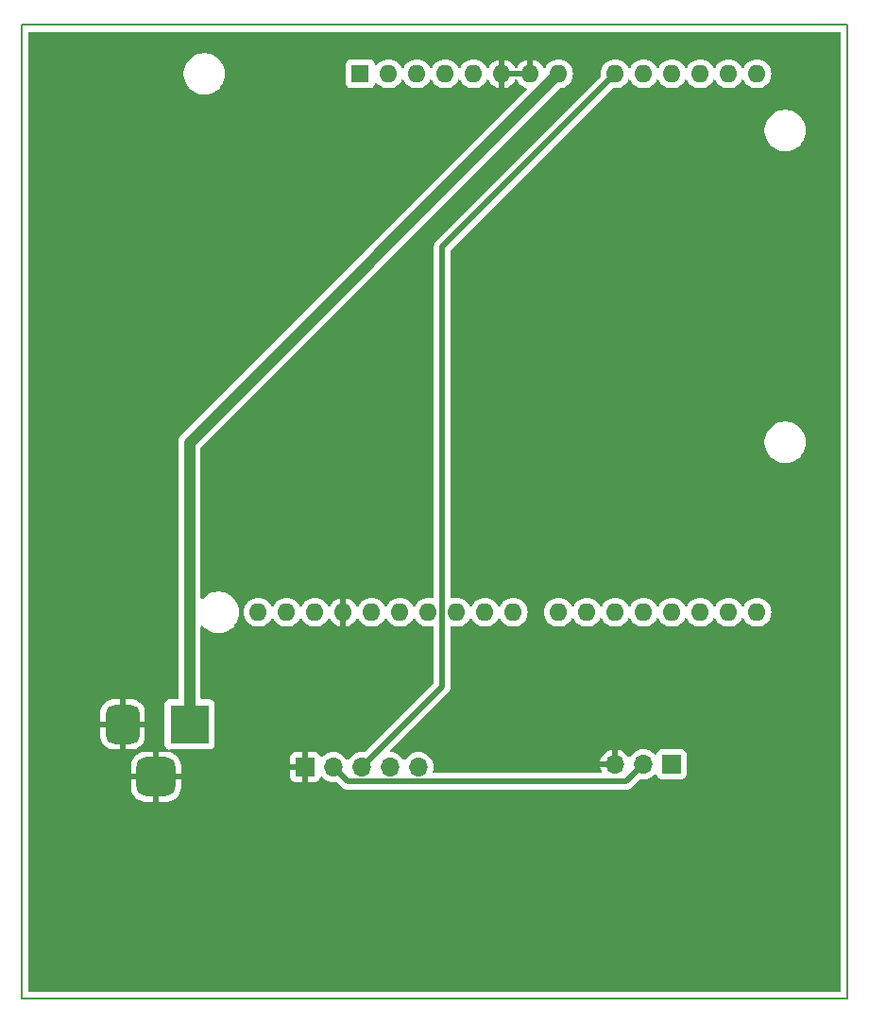
<source format=gbr>
%TF.GenerationSoftware,KiCad,Pcbnew,8.0.6*%
%TF.CreationDate,2025-08-08T18:32:04+02:00*%
%TF.ProjectId,arduinojoystick controlling,61726475-696e-46f6-9a6f-79737469636b,rev?*%
%TF.SameCoordinates,Original*%
%TF.FileFunction,Copper,L2,Bot*%
%TF.FilePolarity,Positive*%
%FSLAX46Y46*%
G04 Gerber Fmt 4.6, Leading zero omitted, Abs format (unit mm)*
G04 Created by KiCad (PCBNEW 8.0.6) date 2025-08-08 18:32:04*
%MOMM*%
%LPD*%
G01*
G04 APERTURE LIST*
G04 Aperture macros list*
%AMRoundRect*
0 Rectangle with rounded corners*
0 $1 Rounding radius*
0 $2 $3 $4 $5 $6 $7 $8 $9 X,Y pos of 4 corners*
0 Add a 4 corners polygon primitive as box body*
4,1,4,$2,$3,$4,$5,$6,$7,$8,$9,$2,$3,0*
0 Add four circle primitives for the rounded corners*
1,1,$1+$1,$2,$3*
1,1,$1+$1,$4,$5*
1,1,$1+$1,$6,$7*
1,1,$1+$1,$8,$9*
0 Add four rect primitives between the rounded corners*
20,1,$1+$1,$2,$3,$4,$5,0*
20,1,$1+$1,$4,$5,$6,$7,0*
20,1,$1+$1,$6,$7,$8,$9,0*
20,1,$1+$1,$8,$9,$2,$3,0*%
G04 Aperture macros list end*
%TA.AperFunction,NonConductor*%
%ADD10C,0.200000*%
%TD*%
%TA.AperFunction,ComponentPad*%
%ADD11R,1.700000X1.700000*%
%TD*%
%TA.AperFunction,ComponentPad*%
%ADD12O,1.700000X1.700000*%
%TD*%
%TA.AperFunction,ComponentPad*%
%ADD13R,3.500000X3.500000*%
%TD*%
%TA.AperFunction,ComponentPad*%
%ADD14RoundRect,0.750000X-0.750000X-1.000000X0.750000X-1.000000X0.750000X1.000000X-0.750000X1.000000X0*%
%TD*%
%TA.AperFunction,ComponentPad*%
%ADD15RoundRect,0.875000X-0.875000X-0.875000X0.875000X-0.875000X0.875000X0.875000X-0.875000X0.875000X0*%
%TD*%
%TA.AperFunction,ComponentPad*%
%ADD16R,1.600000X1.600000*%
%TD*%
%TA.AperFunction,ComponentPad*%
%ADD17O,1.600000X1.600000*%
%TD*%
%TA.AperFunction,Conductor*%
%ADD18C,0.500000*%
%TD*%
%TA.AperFunction,Conductor*%
%ADD19C,1.000000*%
%TD*%
G04 APERTURE END LIST*
D10*
X13250000Y-17750000D02*
X87250000Y-17750000D01*
X87250000Y-105000000D01*
X13250000Y-105000000D01*
X13250000Y-17750000D01*
D11*
%TO.P,M1,1,PWM*%
%TO.N,D9*%
X71500000Y-84000000D03*
D12*
%TO.P,M1,2,+*%
%TO.N,vccarduino*%
X68960000Y-84000000D03*
%TO.P,M1,3,-*%
%TO.N,GND*%
X66420000Y-84000000D03*
%TD*%
D11*
%TO.P,J2,1,Pin_1*%
%TO.N,GND*%
X38630000Y-84250000D03*
D12*
%TO.P,J2,2,Pin_2*%
%TO.N,vccarduino*%
X41170000Y-84250000D03*
%TO.P,J2,3,Pin_3*%
%TO.N,A0*%
X43710000Y-84250000D03*
%TO.P,J2,4,Pin_4*%
%TO.N,unconnected-(J2-Pin_4-Pad4)*%
X46250000Y-84250000D03*
%TO.P,J2,5,Pin_5*%
%TO.N,unconnected-(J2-Pin_5-Pad5)*%
X48790000Y-84250000D03*
%TD*%
D13*
%TO.P,J1,1*%
%TO.N,VCC*%
X28280000Y-80425000D03*
D14*
%TO.P,J1,2*%
%TO.N,GND*%
X22280000Y-80425000D03*
D15*
%TO.P,J1,3*%
X25280000Y-85125000D03*
%TD*%
D16*
%TO.P,A1,1,NC*%
%TO.N,unconnected-(A1-NC-Pad1)*%
X43575000Y-22120000D03*
D17*
%TO.P,A1,2,IOREF*%
%TO.N,unconnected-(A1-IOREF-Pad2)*%
X46115000Y-22120000D03*
%TO.P,A1,3,~{RESET}*%
%TO.N,unconnected-(A1-~{RESET}-Pad3)*%
X48655000Y-22120000D03*
%TO.P,A1,4,3V3*%
%TO.N,unconnected-(A1-3V3-Pad4)*%
X51195000Y-22120000D03*
%TO.P,A1,5,+5V*%
%TO.N,vccarduino*%
X53735000Y-22120000D03*
%TO.P,A1,6,GND*%
%TO.N,GND*%
X56275000Y-22120000D03*
%TO.P,A1,7,GND*%
X58815000Y-22120000D03*
%TO.P,A1,8,VIN*%
%TO.N,VCC*%
X61355000Y-22120000D03*
%TO.P,A1,9,A0*%
%TO.N,A0*%
X66435000Y-22120000D03*
%TO.P,A1,10,A1*%
%TO.N,unconnected-(A1-A1-Pad10)*%
X68975000Y-22120000D03*
%TO.P,A1,11,A2*%
%TO.N,unconnected-(A1-A2-Pad11)*%
X71515000Y-22120000D03*
%TO.P,A1,12,A3*%
%TO.N,unconnected-(A1-A3-Pad12)*%
X74055000Y-22120000D03*
%TO.P,A1,13,SDA/A4*%
%TO.N,unconnected-(A1-SDA{slash}A4-Pad13)*%
X76595000Y-22120000D03*
%TO.P,A1,14,SCL/A5*%
%TO.N,unconnected-(A1-SCL{slash}A5-Pad14)*%
X79135000Y-22120000D03*
%TO.P,A1,15,D0/RX*%
%TO.N,unconnected-(A1-D0{slash}RX-Pad15)*%
X79135000Y-70380000D03*
%TO.P,A1,16,D1/TX*%
%TO.N,unconnected-(A1-D1{slash}TX-Pad16)*%
X76595000Y-70380000D03*
%TO.P,A1,17,D2*%
%TO.N,unconnected-(A1-D2-Pad17)*%
X74055000Y-70380000D03*
%TO.P,A1,18,D3*%
%TO.N,unconnected-(A1-D3-Pad18)*%
X71515000Y-70380000D03*
%TO.P,A1,19,D4*%
%TO.N,unconnected-(A1-D4-Pad19)*%
X68975000Y-70380000D03*
%TO.P,A1,20,D5*%
%TO.N,unconnected-(A1-D5-Pad20)*%
X66435000Y-70380000D03*
%TO.P,A1,21,D6*%
%TO.N,unconnected-(A1-D6-Pad21)*%
X63895000Y-70380000D03*
%TO.P,A1,22,D7*%
%TO.N,unconnected-(A1-D7-Pad22)*%
X61355000Y-70380000D03*
%TO.P,A1,23,D8*%
%TO.N,unconnected-(A1-D8-Pad23)*%
X57295000Y-70380000D03*
%TO.P,A1,24,D9*%
%TO.N,D9*%
X54755000Y-70380000D03*
%TO.P,A1,25,D10*%
%TO.N,unconnected-(A1-D10-Pad25)*%
X52215000Y-70380000D03*
%TO.P,A1,26,D11*%
%TO.N,unconnected-(A1-D11-Pad26)*%
X49675000Y-70380000D03*
%TO.P,A1,27,D12*%
%TO.N,unconnected-(A1-D12-Pad27)*%
X47135000Y-70380000D03*
%TO.P,A1,28,D13*%
%TO.N,unconnected-(A1-D13-Pad28)*%
X44595000Y-70380000D03*
%TO.P,A1,29,GND*%
%TO.N,GND*%
X42055000Y-70380000D03*
%TO.P,A1,30,AREF*%
%TO.N,unconnected-(A1-AREF-Pad30)*%
X39515000Y-70380000D03*
%TO.P,A1,31,SDA/A4*%
%TO.N,unconnected-(A1-SDA{slash}A4-Pad31)*%
X36975000Y-70380000D03*
%TO.P,A1,32,SCL/A5*%
%TO.N,unconnected-(A1-SCL{slash}A5-Pad32)*%
X34435000Y-70380000D03*
%TD*%
D18*
%TO.N,A0*%
X50925000Y-37630000D02*
X66435000Y-22120000D01*
X50925000Y-77035000D02*
X50925000Y-37630000D01*
X43710000Y-84250000D02*
X50925000Y-77035000D01*
%TO.N,vccarduino*%
X67410000Y-85550000D02*
X68960000Y-84000000D01*
X42470000Y-85550000D02*
X67410000Y-85550000D01*
X41170000Y-84250000D02*
X42470000Y-85550000D01*
D19*
%TO.N,VCC*%
X28280000Y-55195000D02*
X61355000Y-22120000D01*
X28280000Y-80425000D02*
X28280000Y-55195000D01*
%TD*%
%TA.AperFunction,Conductor*%
%TO.N,GND*%
G36*
X58349075Y-21927007D02*
G01*
X58315000Y-22054174D01*
X58315000Y-22185826D01*
X58349075Y-22312993D01*
X58381988Y-22370000D01*
X56708012Y-22370000D01*
X56740925Y-22312993D01*
X56775000Y-22185826D01*
X56775000Y-22054174D01*
X56740925Y-21927007D01*
X56708012Y-21870000D01*
X58381988Y-21870000D01*
X58349075Y-21927007D01*
G37*
%TD.AperFunction*%
%TA.AperFunction,Conductor*%
G36*
X86592539Y-18370185D02*
G01*
X86638294Y-18422989D01*
X86649500Y-18474500D01*
X86649500Y-104275500D01*
X86629815Y-104342539D01*
X86577011Y-104388294D01*
X86525500Y-104399500D01*
X13974500Y-104399500D01*
X13907461Y-104379815D01*
X13861706Y-104327011D01*
X13850500Y-104275500D01*
X13850500Y-84156421D01*
X23030000Y-84156421D01*
X23030000Y-84875000D01*
X23846988Y-84875000D01*
X23814075Y-84932007D01*
X23780000Y-85059174D01*
X23780000Y-85190826D01*
X23814075Y-85317993D01*
X23846988Y-85375000D01*
X23030001Y-85375000D01*
X23030001Y-86093588D01*
X23032794Y-86146191D01*
X23077237Y-86375987D01*
X23159879Y-86594975D01*
X23278339Y-86796841D01*
X23278344Y-86796848D01*
X23429211Y-86975786D01*
X23429213Y-86975788D01*
X23608151Y-87126655D01*
X23608158Y-87126660D01*
X23810024Y-87245120D01*
X24029012Y-87327762D01*
X24258809Y-87372205D01*
X24311382Y-87374998D01*
X24311421Y-87374999D01*
X25029999Y-87374999D01*
X25030000Y-87374998D01*
X25030000Y-85625000D01*
X25530000Y-85625000D01*
X25530000Y-87374999D01*
X26248576Y-87374999D01*
X26248588Y-87374998D01*
X26301191Y-87372205D01*
X26530987Y-87327762D01*
X26749975Y-87245120D01*
X26951841Y-87126660D01*
X26951848Y-87126655D01*
X27130786Y-86975788D01*
X27130788Y-86975786D01*
X27281655Y-86796848D01*
X27281660Y-86796841D01*
X27400120Y-86594975D01*
X27482762Y-86375987D01*
X27527205Y-86146191D01*
X27527205Y-86146190D01*
X27529998Y-86093617D01*
X27530000Y-86093578D01*
X27530000Y-85375000D01*
X26713012Y-85375000D01*
X26745925Y-85317993D01*
X26780000Y-85190826D01*
X26780000Y-85059174D01*
X26745925Y-84932007D01*
X26713012Y-84875000D01*
X27529999Y-84875000D01*
X27529999Y-84156423D01*
X27529998Y-84156411D01*
X27527205Y-84103808D01*
X27482762Y-83874012D01*
X27400120Y-83655024D01*
X27281660Y-83453158D01*
X27281655Y-83453151D01*
X27130788Y-83274213D01*
X27130786Y-83274211D01*
X26951848Y-83123344D01*
X26951841Y-83123339D01*
X26749975Y-83004879D01*
X26530984Y-82922236D01*
X26525840Y-82921241D01*
X26463760Y-82889180D01*
X26428869Y-82828646D01*
X26432244Y-82758858D01*
X26472814Y-82701973D01*
X26537697Y-82676052D01*
X26549374Y-82675499D01*
X30077872Y-82675499D01*
X30137483Y-82669091D01*
X30272331Y-82618796D01*
X30387546Y-82532546D01*
X30473796Y-82417331D01*
X30524091Y-82282483D01*
X30530500Y-82222873D01*
X30530499Y-78627128D01*
X30524091Y-78567517D01*
X30484571Y-78461559D01*
X30473797Y-78432671D01*
X30473793Y-78432664D01*
X30387547Y-78317455D01*
X30387544Y-78317452D01*
X30272335Y-78231206D01*
X30272328Y-78231202D01*
X30137482Y-78180908D01*
X30137483Y-78180908D01*
X30077883Y-78174501D01*
X30077881Y-78174500D01*
X30077873Y-78174500D01*
X30077865Y-78174500D01*
X29404500Y-78174500D01*
X29337461Y-78154815D01*
X29291706Y-78102011D01*
X29280500Y-78050500D01*
X29280500Y-71701866D01*
X29300185Y-71634827D01*
X29352989Y-71589072D01*
X29422147Y-71579128D01*
X29485703Y-71608153D01*
X29492181Y-71614185D01*
X29652256Y-71774260D01*
X29652262Y-71774265D01*
X29844711Y-71921936D01*
X30054788Y-72043224D01*
X30278900Y-72136054D01*
X30513211Y-72198838D01*
X30693586Y-72222584D01*
X30753711Y-72230500D01*
X30753712Y-72230500D01*
X30996289Y-72230500D01*
X31044388Y-72224167D01*
X31236789Y-72198838D01*
X31471100Y-72136054D01*
X31695212Y-72043224D01*
X31905289Y-71921936D01*
X32097738Y-71774265D01*
X32269265Y-71602738D01*
X32416936Y-71410289D01*
X32538224Y-71200212D01*
X32631054Y-70976100D01*
X32693838Y-70741789D01*
X32725500Y-70501288D01*
X32725500Y-70379998D01*
X33129532Y-70379998D01*
X33129532Y-70380001D01*
X33149364Y-70606686D01*
X33149366Y-70606697D01*
X33208258Y-70826488D01*
X33208261Y-70826497D01*
X33304431Y-71032732D01*
X33304432Y-71032734D01*
X33434954Y-71219141D01*
X33595858Y-71380045D01*
X33595861Y-71380047D01*
X33782266Y-71510568D01*
X33988504Y-71606739D01*
X34208308Y-71665635D01*
X34370230Y-71679801D01*
X34434998Y-71685468D01*
X34435000Y-71685468D01*
X34435002Y-71685468D01*
X34491673Y-71680509D01*
X34661692Y-71665635D01*
X34881496Y-71606739D01*
X35087734Y-71510568D01*
X35274139Y-71380047D01*
X35435047Y-71219139D01*
X35565568Y-71032734D01*
X35592618Y-70974724D01*
X35638790Y-70922285D01*
X35705983Y-70903133D01*
X35772865Y-70923348D01*
X35817382Y-70974725D01*
X35844429Y-71032728D01*
X35844432Y-71032734D01*
X35974954Y-71219141D01*
X36135858Y-71380045D01*
X36135861Y-71380047D01*
X36322266Y-71510568D01*
X36528504Y-71606739D01*
X36748308Y-71665635D01*
X36910230Y-71679801D01*
X36974998Y-71685468D01*
X36975000Y-71685468D01*
X36975002Y-71685468D01*
X37031673Y-71680509D01*
X37201692Y-71665635D01*
X37421496Y-71606739D01*
X37627734Y-71510568D01*
X37814139Y-71380047D01*
X37975047Y-71219139D01*
X38105568Y-71032734D01*
X38132618Y-70974724D01*
X38178790Y-70922285D01*
X38245983Y-70903133D01*
X38312865Y-70923348D01*
X38357382Y-70974725D01*
X38384429Y-71032728D01*
X38384432Y-71032734D01*
X38514954Y-71219141D01*
X38675858Y-71380045D01*
X38675861Y-71380047D01*
X38862266Y-71510568D01*
X39068504Y-71606739D01*
X39288308Y-71665635D01*
X39450230Y-71679801D01*
X39514998Y-71685468D01*
X39515000Y-71685468D01*
X39515002Y-71685468D01*
X39571673Y-71680509D01*
X39741692Y-71665635D01*
X39961496Y-71606739D01*
X40167734Y-71510568D01*
X40354139Y-71380047D01*
X40515047Y-71219139D01*
X40645568Y-71032734D01*
X40672895Y-70974129D01*
X40719064Y-70921695D01*
X40786257Y-70902542D01*
X40853139Y-70922757D01*
X40897657Y-70974133D01*
X40924865Y-71032482D01*
X41055342Y-71218820D01*
X41216179Y-71379657D01*
X41402517Y-71510134D01*
X41608673Y-71606265D01*
X41608682Y-71606269D01*
X41804999Y-71658872D01*
X41805000Y-71658871D01*
X41805000Y-70813012D01*
X41862007Y-70845925D01*
X41989174Y-70880000D01*
X42120826Y-70880000D01*
X42247993Y-70845925D01*
X42305000Y-70813012D01*
X42305000Y-71658872D01*
X42501317Y-71606269D01*
X42501326Y-71606265D01*
X42707482Y-71510134D01*
X42893820Y-71379657D01*
X43054657Y-71218820D01*
X43185132Y-71032484D01*
X43212341Y-70974134D01*
X43258513Y-70921695D01*
X43325707Y-70902542D01*
X43392588Y-70922757D01*
X43437106Y-70974133D01*
X43464431Y-71032732D01*
X43464432Y-71032734D01*
X43594954Y-71219141D01*
X43755858Y-71380045D01*
X43755861Y-71380047D01*
X43942266Y-71510568D01*
X44148504Y-71606739D01*
X44368308Y-71665635D01*
X44530230Y-71679801D01*
X44594998Y-71685468D01*
X44595000Y-71685468D01*
X44595002Y-71685468D01*
X44651673Y-71680509D01*
X44821692Y-71665635D01*
X45041496Y-71606739D01*
X45247734Y-71510568D01*
X45434139Y-71380047D01*
X45595047Y-71219139D01*
X45725568Y-71032734D01*
X45752618Y-70974724D01*
X45798790Y-70922285D01*
X45865983Y-70903133D01*
X45932865Y-70923348D01*
X45977382Y-70974725D01*
X46004429Y-71032728D01*
X46004432Y-71032734D01*
X46134954Y-71219141D01*
X46295858Y-71380045D01*
X46295861Y-71380047D01*
X46482266Y-71510568D01*
X46688504Y-71606739D01*
X46908308Y-71665635D01*
X47070230Y-71679801D01*
X47134998Y-71685468D01*
X47135000Y-71685468D01*
X47135002Y-71685468D01*
X47191673Y-71680509D01*
X47361692Y-71665635D01*
X47581496Y-71606739D01*
X47787734Y-71510568D01*
X47974139Y-71380047D01*
X48135047Y-71219139D01*
X48265568Y-71032734D01*
X48292618Y-70974724D01*
X48338790Y-70922285D01*
X48405983Y-70903133D01*
X48472865Y-70923348D01*
X48517382Y-70974725D01*
X48544429Y-71032728D01*
X48544432Y-71032734D01*
X48674954Y-71219141D01*
X48835858Y-71380045D01*
X48835861Y-71380047D01*
X49022266Y-71510568D01*
X49228504Y-71606739D01*
X49448308Y-71665635D01*
X49610230Y-71679801D01*
X49674998Y-71685468D01*
X49675000Y-71685468D01*
X49675002Y-71685468D01*
X49731673Y-71680509D01*
X49901692Y-71665635D01*
X50018408Y-71634361D01*
X50088256Y-71636024D01*
X50146119Y-71675186D01*
X50173623Y-71739415D01*
X50174500Y-71754136D01*
X50174500Y-76672769D01*
X50154815Y-76739808D01*
X50138181Y-76760450D01*
X44021500Y-82877130D01*
X43960177Y-82910615D01*
X43923012Y-82912977D01*
X43710002Y-82894341D01*
X43709999Y-82894341D01*
X43474596Y-82914936D01*
X43474586Y-82914938D01*
X43246344Y-82976094D01*
X43246335Y-82976098D01*
X43032171Y-83075964D01*
X43032169Y-83075965D01*
X42838597Y-83211505D01*
X42671505Y-83378597D01*
X42541575Y-83564158D01*
X42486998Y-83607783D01*
X42417500Y-83614977D01*
X42355145Y-83583454D01*
X42338425Y-83564158D01*
X42208494Y-83378597D01*
X42041402Y-83211506D01*
X42041395Y-83211501D01*
X41847834Y-83075967D01*
X41847830Y-83075965D01*
X41776727Y-83042809D01*
X41633663Y-82976097D01*
X41633659Y-82976096D01*
X41633655Y-82976094D01*
X41405413Y-82914938D01*
X41405403Y-82914936D01*
X41170001Y-82894341D01*
X41169999Y-82894341D01*
X40934596Y-82914936D01*
X40934586Y-82914938D01*
X40706344Y-82976094D01*
X40706335Y-82976098D01*
X40492171Y-83075964D01*
X40492169Y-83075965D01*
X40298600Y-83211503D01*
X40176284Y-83333819D01*
X40114961Y-83367303D01*
X40045269Y-83362319D01*
X39989336Y-83320447D01*
X39972421Y-83289470D01*
X39923354Y-83157913D01*
X39923350Y-83157906D01*
X39837190Y-83042812D01*
X39837187Y-83042809D01*
X39722093Y-82956649D01*
X39722086Y-82956645D01*
X39587379Y-82906403D01*
X39587372Y-82906401D01*
X39527844Y-82900000D01*
X38880000Y-82900000D01*
X38880000Y-83816988D01*
X38822993Y-83784075D01*
X38695826Y-83750000D01*
X38564174Y-83750000D01*
X38437007Y-83784075D01*
X38380000Y-83816988D01*
X38380000Y-82900000D01*
X37732155Y-82900000D01*
X37672627Y-82906401D01*
X37672620Y-82906403D01*
X37537913Y-82956645D01*
X37537906Y-82956649D01*
X37422812Y-83042809D01*
X37422809Y-83042812D01*
X37336649Y-83157906D01*
X37336645Y-83157913D01*
X37286403Y-83292620D01*
X37286401Y-83292627D01*
X37280000Y-83352155D01*
X37280000Y-84000000D01*
X38196988Y-84000000D01*
X38164075Y-84057007D01*
X38130000Y-84184174D01*
X38130000Y-84315826D01*
X38164075Y-84442993D01*
X38196988Y-84500000D01*
X37280000Y-84500000D01*
X37280000Y-85147844D01*
X37286401Y-85207372D01*
X37286403Y-85207379D01*
X37336645Y-85342086D01*
X37336649Y-85342093D01*
X37422809Y-85457187D01*
X37422812Y-85457190D01*
X37537906Y-85543350D01*
X37537913Y-85543354D01*
X37672620Y-85593596D01*
X37672627Y-85593598D01*
X37732155Y-85599999D01*
X37732172Y-85600000D01*
X38380000Y-85600000D01*
X38380000Y-84683012D01*
X38437007Y-84715925D01*
X38564174Y-84750000D01*
X38695826Y-84750000D01*
X38822993Y-84715925D01*
X38880000Y-84683012D01*
X38880000Y-85600000D01*
X39527828Y-85600000D01*
X39527844Y-85599999D01*
X39587372Y-85593598D01*
X39587379Y-85593596D01*
X39722086Y-85543354D01*
X39722093Y-85543350D01*
X39837187Y-85457190D01*
X39837190Y-85457187D01*
X39923350Y-85342093D01*
X39923354Y-85342086D01*
X39972422Y-85210529D01*
X40014293Y-85154595D01*
X40079757Y-85130178D01*
X40148030Y-85145030D01*
X40176285Y-85166181D01*
X40298599Y-85288495D01*
X40353550Y-85326972D01*
X40492165Y-85424032D01*
X40492167Y-85424033D01*
X40492170Y-85424035D01*
X40706337Y-85523903D01*
X40706343Y-85523904D01*
X40706344Y-85523905D01*
X40761285Y-85538626D01*
X40934592Y-85585063D01*
X41122918Y-85601539D01*
X41169999Y-85605659D01*
X41170000Y-85605659D01*
X41170001Y-85605659D01*
X41212289Y-85601959D01*
X41383014Y-85587022D01*
X41451513Y-85600788D01*
X41481502Y-85622869D01*
X41887049Y-86028416D01*
X41991584Y-86132951D01*
X41991587Y-86132953D01*
X41991588Y-86132954D01*
X42114503Y-86215083D01*
X42114506Y-86215085D01*
X42171079Y-86238518D01*
X42171080Y-86238518D01*
X42251088Y-86271659D01*
X42367241Y-86294763D01*
X42386468Y-86298587D01*
X42396081Y-86300500D01*
X42396082Y-86300500D01*
X67483920Y-86300500D01*
X67581462Y-86281096D01*
X67628913Y-86271658D01*
X67765495Y-86215084D01*
X67814729Y-86182186D01*
X67888416Y-86132952D01*
X68648499Y-85372867D01*
X68709820Y-85339384D01*
X68746984Y-85337022D01*
X68901011Y-85350498D01*
X68959999Y-85355659D01*
X68960000Y-85355659D01*
X68960001Y-85355659D01*
X69018966Y-85350500D01*
X69195408Y-85335063D01*
X69423663Y-85273903D01*
X69637830Y-85174035D01*
X69831401Y-85038495D01*
X69953329Y-84916566D01*
X70014648Y-84883084D01*
X70084340Y-84888068D01*
X70140274Y-84929939D01*
X70157189Y-84960917D01*
X70206202Y-85092328D01*
X70206206Y-85092335D01*
X70292452Y-85207544D01*
X70292455Y-85207547D01*
X70407664Y-85293793D01*
X70407671Y-85293797D01*
X70542517Y-85344091D01*
X70542516Y-85344091D01*
X70549444Y-85344835D01*
X70602127Y-85350500D01*
X72397872Y-85350499D01*
X72457483Y-85344091D01*
X72592331Y-85293796D01*
X72707546Y-85207546D01*
X72793796Y-85092331D01*
X72844091Y-84957483D01*
X72850500Y-84897873D01*
X72850499Y-83102128D01*
X72844091Y-83042517D01*
X72842810Y-83039083D01*
X72793797Y-82907671D01*
X72793793Y-82907664D01*
X72707547Y-82792455D01*
X72707544Y-82792452D01*
X72592335Y-82706206D01*
X72592328Y-82706202D01*
X72457482Y-82655908D01*
X72457483Y-82655908D01*
X72397883Y-82649501D01*
X72397881Y-82649500D01*
X72397873Y-82649500D01*
X72397864Y-82649500D01*
X70602129Y-82649500D01*
X70602123Y-82649501D01*
X70542516Y-82655908D01*
X70407671Y-82706202D01*
X70407664Y-82706206D01*
X70292455Y-82792452D01*
X70292452Y-82792455D01*
X70206206Y-82907664D01*
X70206203Y-82907669D01*
X70157189Y-83039083D01*
X70115317Y-83095016D01*
X70049853Y-83119433D01*
X69981580Y-83104581D01*
X69953326Y-83083430D01*
X69831402Y-82961506D01*
X69831395Y-82961501D01*
X69637834Y-82825967D01*
X69637830Y-82825965D01*
X69609207Y-82812618D01*
X69423663Y-82726097D01*
X69423659Y-82726096D01*
X69423655Y-82726094D01*
X69195413Y-82664938D01*
X69195403Y-82664936D01*
X68960001Y-82644341D01*
X68959999Y-82644341D01*
X68724596Y-82664936D01*
X68724586Y-82664938D01*
X68496344Y-82726094D01*
X68496335Y-82726098D01*
X68282171Y-82825964D01*
X68282169Y-82825965D01*
X68088597Y-82961505D01*
X67921508Y-83128594D01*
X67791269Y-83314595D01*
X67736692Y-83358219D01*
X67667193Y-83365412D01*
X67604839Y-83333890D01*
X67588119Y-83314594D01*
X67458113Y-83128926D01*
X67458108Y-83128920D01*
X67291082Y-82961894D01*
X67097578Y-82826399D01*
X66883492Y-82726570D01*
X66883486Y-82726567D01*
X66670000Y-82669364D01*
X66670000Y-83566988D01*
X66612993Y-83534075D01*
X66485826Y-83500000D01*
X66354174Y-83500000D01*
X66227007Y-83534075D01*
X66170000Y-83566988D01*
X66170000Y-82669364D01*
X66169999Y-82669364D01*
X65956513Y-82726567D01*
X65956507Y-82726570D01*
X65742422Y-82826399D01*
X65742420Y-82826400D01*
X65548926Y-82961886D01*
X65548920Y-82961891D01*
X65381891Y-83128920D01*
X65381886Y-83128926D01*
X65246400Y-83322420D01*
X65246399Y-83322422D01*
X65146570Y-83536507D01*
X65146567Y-83536513D01*
X65089364Y-83749999D01*
X65089364Y-83750000D01*
X65986988Y-83750000D01*
X65954075Y-83807007D01*
X65920000Y-83934174D01*
X65920000Y-84065826D01*
X65954075Y-84192993D01*
X65986988Y-84250000D01*
X65089364Y-84250000D01*
X65146567Y-84463486D01*
X65146570Y-84463492D01*
X65220994Y-84623095D01*
X65231486Y-84692173D01*
X65202966Y-84755957D01*
X65144490Y-84794196D01*
X65108612Y-84799500D01*
X50202503Y-84799500D01*
X50135464Y-84779815D01*
X50089709Y-84727011D01*
X50079765Y-84657853D01*
X50082728Y-84643407D01*
X50121153Y-84500000D01*
X50125063Y-84485408D01*
X50145659Y-84250000D01*
X50125063Y-84014592D01*
X50078626Y-83841285D01*
X50063905Y-83786344D01*
X50063904Y-83786343D01*
X50063903Y-83786337D01*
X49964035Y-83572171D01*
X49958425Y-83564158D01*
X49828494Y-83378597D01*
X49661402Y-83211506D01*
X49661395Y-83211501D01*
X49467834Y-83075967D01*
X49467830Y-83075965D01*
X49396727Y-83042809D01*
X49253663Y-82976097D01*
X49253659Y-82976096D01*
X49253655Y-82976094D01*
X49025413Y-82914938D01*
X49025403Y-82914936D01*
X48790001Y-82894341D01*
X48789999Y-82894341D01*
X48554596Y-82914936D01*
X48554586Y-82914938D01*
X48326344Y-82976094D01*
X48326335Y-82976098D01*
X48112171Y-83075964D01*
X48112169Y-83075965D01*
X47918597Y-83211505D01*
X47751505Y-83378597D01*
X47621575Y-83564158D01*
X47566998Y-83607783D01*
X47497500Y-83614977D01*
X47435145Y-83583454D01*
X47418425Y-83564158D01*
X47288494Y-83378597D01*
X47121402Y-83211506D01*
X47121395Y-83211501D01*
X46927834Y-83075967D01*
X46927830Y-83075965D01*
X46856727Y-83042809D01*
X46713663Y-82976097D01*
X46713659Y-82976096D01*
X46713655Y-82976094D01*
X46485413Y-82914938D01*
X46485403Y-82914936D01*
X46401824Y-82907624D01*
X46336755Y-82882171D01*
X46295777Y-82825580D01*
X46291899Y-82755818D01*
X46324949Y-82696417D01*
X51507952Y-77513416D01*
X51557186Y-77439729D01*
X51590084Y-77390495D01*
X51646658Y-77253913D01*
X51675500Y-77108918D01*
X51675500Y-71743418D01*
X51695185Y-71676379D01*
X51747989Y-71630624D01*
X51817147Y-71620680D01*
X51831580Y-71623640D01*
X51988308Y-71665635D01*
X52150230Y-71679801D01*
X52214998Y-71685468D01*
X52215000Y-71685468D01*
X52215002Y-71685468D01*
X52271673Y-71680509D01*
X52441692Y-71665635D01*
X52661496Y-71606739D01*
X52867734Y-71510568D01*
X53054139Y-71380047D01*
X53215047Y-71219139D01*
X53345568Y-71032734D01*
X53372618Y-70974724D01*
X53418790Y-70922285D01*
X53485983Y-70903133D01*
X53552865Y-70923348D01*
X53597382Y-70974725D01*
X53624429Y-71032728D01*
X53624432Y-71032734D01*
X53754954Y-71219141D01*
X53915858Y-71380045D01*
X53915861Y-71380047D01*
X54102266Y-71510568D01*
X54308504Y-71606739D01*
X54528308Y-71665635D01*
X54690230Y-71679801D01*
X54754998Y-71685468D01*
X54755000Y-71685468D01*
X54755002Y-71685468D01*
X54811673Y-71680509D01*
X54981692Y-71665635D01*
X55201496Y-71606739D01*
X55407734Y-71510568D01*
X55594139Y-71380047D01*
X55755047Y-71219139D01*
X55885568Y-71032734D01*
X55912618Y-70974724D01*
X55958790Y-70922285D01*
X56025983Y-70903133D01*
X56092865Y-70923348D01*
X56137382Y-70974725D01*
X56164429Y-71032728D01*
X56164432Y-71032734D01*
X56294954Y-71219141D01*
X56455858Y-71380045D01*
X56455861Y-71380047D01*
X56642266Y-71510568D01*
X56848504Y-71606739D01*
X57068308Y-71665635D01*
X57230230Y-71679801D01*
X57294998Y-71685468D01*
X57295000Y-71685468D01*
X57295002Y-71685468D01*
X57351673Y-71680509D01*
X57521692Y-71665635D01*
X57741496Y-71606739D01*
X57947734Y-71510568D01*
X58134139Y-71380047D01*
X58295047Y-71219139D01*
X58425568Y-71032734D01*
X58521739Y-70826496D01*
X58580635Y-70606692D01*
X58600468Y-70380000D01*
X58600468Y-70379998D01*
X60049532Y-70379998D01*
X60049532Y-70380001D01*
X60069364Y-70606686D01*
X60069366Y-70606697D01*
X60128258Y-70826488D01*
X60128261Y-70826497D01*
X60224431Y-71032732D01*
X60224432Y-71032734D01*
X60354954Y-71219141D01*
X60515858Y-71380045D01*
X60515861Y-71380047D01*
X60702266Y-71510568D01*
X60908504Y-71606739D01*
X61128308Y-71665635D01*
X61290230Y-71679801D01*
X61354998Y-71685468D01*
X61355000Y-71685468D01*
X61355002Y-71685468D01*
X61411673Y-71680509D01*
X61581692Y-71665635D01*
X61801496Y-71606739D01*
X62007734Y-71510568D01*
X62194139Y-71380047D01*
X62355047Y-71219139D01*
X62485568Y-71032734D01*
X62512618Y-70974724D01*
X62558790Y-70922285D01*
X62625983Y-70903133D01*
X62692865Y-70923348D01*
X62737382Y-70974725D01*
X62764429Y-71032728D01*
X62764432Y-71032734D01*
X62894954Y-71219141D01*
X63055858Y-71380045D01*
X63055861Y-71380047D01*
X63242266Y-71510568D01*
X63448504Y-71606739D01*
X63668308Y-71665635D01*
X63830230Y-71679801D01*
X63894998Y-71685468D01*
X63895000Y-71685468D01*
X63895002Y-71685468D01*
X63951673Y-71680509D01*
X64121692Y-71665635D01*
X64341496Y-71606739D01*
X64547734Y-71510568D01*
X64734139Y-71380047D01*
X64895047Y-71219139D01*
X65025568Y-71032734D01*
X65052618Y-70974724D01*
X65098790Y-70922285D01*
X65165983Y-70903133D01*
X65232865Y-70923348D01*
X65277382Y-70974725D01*
X65304429Y-71032728D01*
X65304432Y-71032734D01*
X65434954Y-71219141D01*
X65595858Y-71380045D01*
X65595861Y-71380047D01*
X65782266Y-71510568D01*
X65988504Y-71606739D01*
X66208308Y-71665635D01*
X66370230Y-71679801D01*
X66434998Y-71685468D01*
X66435000Y-71685468D01*
X66435002Y-71685468D01*
X66491673Y-71680509D01*
X66661692Y-71665635D01*
X66881496Y-71606739D01*
X67087734Y-71510568D01*
X67274139Y-71380047D01*
X67435047Y-71219139D01*
X67565568Y-71032734D01*
X67592618Y-70974724D01*
X67638790Y-70922285D01*
X67705983Y-70903133D01*
X67772865Y-70923348D01*
X67817382Y-70974725D01*
X67844429Y-71032728D01*
X67844432Y-71032734D01*
X67974954Y-71219141D01*
X68135858Y-71380045D01*
X68135861Y-71380047D01*
X68322266Y-71510568D01*
X68528504Y-71606739D01*
X68748308Y-71665635D01*
X68910230Y-71679801D01*
X68974998Y-71685468D01*
X68975000Y-71685468D01*
X68975002Y-71685468D01*
X69031673Y-71680509D01*
X69201692Y-71665635D01*
X69421496Y-71606739D01*
X69627734Y-71510568D01*
X69814139Y-71380047D01*
X69975047Y-71219139D01*
X70105568Y-71032734D01*
X70132618Y-70974724D01*
X70178790Y-70922285D01*
X70245983Y-70903133D01*
X70312865Y-70923348D01*
X70357382Y-70974725D01*
X70384429Y-71032728D01*
X70384432Y-71032734D01*
X70514954Y-71219141D01*
X70675858Y-71380045D01*
X70675861Y-71380047D01*
X70862266Y-71510568D01*
X71068504Y-71606739D01*
X71288308Y-71665635D01*
X71450230Y-71679801D01*
X71514998Y-71685468D01*
X71515000Y-71685468D01*
X71515002Y-71685468D01*
X71571673Y-71680509D01*
X71741692Y-71665635D01*
X71961496Y-71606739D01*
X72167734Y-71510568D01*
X72354139Y-71380047D01*
X72515047Y-71219139D01*
X72645568Y-71032734D01*
X72672618Y-70974724D01*
X72718790Y-70922285D01*
X72785983Y-70903133D01*
X72852865Y-70923348D01*
X72897382Y-70974725D01*
X72924429Y-71032728D01*
X72924432Y-71032734D01*
X73054954Y-71219141D01*
X73215858Y-71380045D01*
X73215861Y-71380047D01*
X73402266Y-71510568D01*
X73608504Y-71606739D01*
X73828308Y-71665635D01*
X73990230Y-71679801D01*
X74054998Y-71685468D01*
X74055000Y-71685468D01*
X74055002Y-71685468D01*
X74111673Y-71680509D01*
X74281692Y-71665635D01*
X74501496Y-71606739D01*
X74707734Y-71510568D01*
X74894139Y-71380047D01*
X75055047Y-71219139D01*
X75185568Y-71032734D01*
X75212618Y-70974724D01*
X75258790Y-70922285D01*
X75325983Y-70903133D01*
X75392865Y-70923348D01*
X75437382Y-70974725D01*
X75464429Y-71032728D01*
X75464432Y-71032734D01*
X75594954Y-71219141D01*
X75755858Y-71380045D01*
X75755861Y-71380047D01*
X75942266Y-71510568D01*
X76148504Y-71606739D01*
X76368308Y-71665635D01*
X76530230Y-71679801D01*
X76594998Y-71685468D01*
X76595000Y-71685468D01*
X76595002Y-71685468D01*
X76651673Y-71680509D01*
X76821692Y-71665635D01*
X77041496Y-71606739D01*
X77247734Y-71510568D01*
X77434139Y-71380047D01*
X77595047Y-71219139D01*
X77725568Y-71032734D01*
X77752618Y-70974724D01*
X77798790Y-70922285D01*
X77865983Y-70903133D01*
X77932865Y-70923348D01*
X77977382Y-70974725D01*
X78004429Y-71032728D01*
X78004432Y-71032734D01*
X78134954Y-71219141D01*
X78295858Y-71380045D01*
X78295861Y-71380047D01*
X78482266Y-71510568D01*
X78688504Y-71606739D01*
X78908308Y-71665635D01*
X79070230Y-71679801D01*
X79134998Y-71685468D01*
X79135000Y-71685468D01*
X79135002Y-71685468D01*
X79191673Y-71680509D01*
X79361692Y-71665635D01*
X79581496Y-71606739D01*
X79787734Y-71510568D01*
X79974139Y-71380047D01*
X80135047Y-71219139D01*
X80265568Y-71032734D01*
X80361739Y-70826496D01*
X80420635Y-70606692D01*
X80440468Y-70380000D01*
X80420635Y-70153308D01*
X80361739Y-69933504D01*
X80265568Y-69727266D01*
X80135047Y-69540861D01*
X80135045Y-69540858D01*
X79974141Y-69379954D01*
X79787734Y-69249432D01*
X79787732Y-69249431D01*
X79581497Y-69153261D01*
X79581488Y-69153258D01*
X79361697Y-69094366D01*
X79361693Y-69094365D01*
X79361692Y-69094365D01*
X79361691Y-69094364D01*
X79361686Y-69094364D01*
X79135002Y-69074532D01*
X79134998Y-69074532D01*
X78908313Y-69094364D01*
X78908302Y-69094366D01*
X78688511Y-69153258D01*
X78688502Y-69153261D01*
X78482267Y-69249431D01*
X78482265Y-69249432D01*
X78295858Y-69379954D01*
X78134954Y-69540858D01*
X78004432Y-69727265D01*
X78004431Y-69727267D01*
X77977382Y-69785275D01*
X77931209Y-69837714D01*
X77864016Y-69856866D01*
X77797135Y-69836650D01*
X77752618Y-69785275D01*
X77751977Y-69783900D01*
X77725568Y-69727266D01*
X77595047Y-69540861D01*
X77595045Y-69540858D01*
X77434141Y-69379954D01*
X77247734Y-69249432D01*
X77247732Y-69249431D01*
X77041497Y-69153261D01*
X77041488Y-69153258D01*
X76821697Y-69094366D01*
X76821693Y-69094365D01*
X76821692Y-69094365D01*
X76821691Y-69094364D01*
X76821686Y-69094364D01*
X76595002Y-69074532D01*
X76594998Y-69074532D01*
X76368313Y-69094364D01*
X76368302Y-69094366D01*
X76148511Y-69153258D01*
X76148502Y-69153261D01*
X75942267Y-69249431D01*
X75942265Y-69249432D01*
X75755858Y-69379954D01*
X75594954Y-69540858D01*
X75464432Y-69727265D01*
X75464431Y-69727267D01*
X75437382Y-69785275D01*
X75391209Y-69837714D01*
X75324016Y-69856866D01*
X75257135Y-69836650D01*
X75212618Y-69785275D01*
X75211977Y-69783900D01*
X75185568Y-69727266D01*
X75055047Y-69540861D01*
X75055045Y-69540858D01*
X74894141Y-69379954D01*
X74707734Y-69249432D01*
X74707732Y-69249431D01*
X74501497Y-69153261D01*
X74501488Y-69153258D01*
X74281697Y-69094366D01*
X74281693Y-69094365D01*
X74281692Y-69094365D01*
X74281691Y-69094364D01*
X74281686Y-69094364D01*
X74055002Y-69074532D01*
X74054998Y-69074532D01*
X73828313Y-69094364D01*
X73828302Y-69094366D01*
X73608511Y-69153258D01*
X73608502Y-69153261D01*
X73402267Y-69249431D01*
X73402265Y-69249432D01*
X73215858Y-69379954D01*
X73054954Y-69540858D01*
X72924432Y-69727265D01*
X72924431Y-69727267D01*
X72897382Y-69785275D01*
X72851209Y-69837714D01*
X72784016Y-69856866D01*
X72717135Y-69836650D01*
X72672618Y-69785275D01*
X72671977Y-69783900D01*
X72645568Y-69727266D01*
X72515047Y-69540861D01*
X72515045Y-69540858D01*
X72354141Y-69379954D01*
X72167734Y-69249432D01*
X72167732Y-69249431D01*
X71961497Y-69153261D01*
X71961488Y-69153258D01*
X71741697Y-69094366D01*
X71741693Y-69094365D01*
X71741692Y-69094365D01*
X71741691Y-69094364D01*
X71741686Y-69094364D01*
X71515002Y-69074532D01*
X71514998Y-69074532D01*
X71288313Y-69094364D01*
X71288302Y-69094366D01*
X71068511Y-69153258D01*
X71068502Y-69153261D01*
X70862267Y-69249431D01*
X70862265Y-69249432D01*
X70675858Y-69379954D01*
X70514954Y-69540858D01*
X70384432Y-69727265D01*
X70384431Y-69727267D01*
X70357382Y-69785275D01*
X70311209Y-69837714D01*
X70244016Y-69856866D01*
X70177135Y-69836650D01*
X70132618Y-69785275D01*
X70131977Y-69783900D01*
X70105568Y-69727266D01*
X69975047Y-69540861D01*
X69975045Y-69540858D01*
X69814141Y-69379954D01*
X69627734Y-69249432D01*
X69627732Y-69249431D01*
X69421497Y-69153261D01*
X69421488Y-69153258D01*
X69201697Y-69094366D01*
X69201693Y-69094365D01*
X69201692Y-69094365D01*
X69201691Y-69094364D01*
X69201686Y-69094364D01*
X68975002Y-69074532D01*
X68974998Y-69074532D01*
X68748313Y-69094364D01*
X68748302Y-69094366D01*
X68528511Y-69153258D01*
X68528502Y-69153261D01*
X68322267Y-69249431D01*
X68322265Y-69249432D01*
X68135858Y-69379954D01*
X67974954Y-69540858D01*
X67844432Y-69727265D01*
X67844431Y-69727267D01*
X67817382Y-69785275D01*
X67771209Y-69837714D01*
X67704016Y-69856866D01*
X67637135Y-69836650D01*
X67592618Y-69785275D01*
X67591977Y-69783900D01*
X67565568Y-69727266D01*
X67435047Y-69540861D01*
X67435045Y-69540858D01*
X67274141Y-69379954D01*
X67087734Y-69249432D01*
X67087732Y-69249431D01*
X66881497Y-69153261D01*
X66881488Y-69153258D01*
X66661697Y-69094366D01*
X66661693Y-69094365D01*
X66661692Y-69094365D01*
X66661691Y-69094364D01*
X66661686Y-69094364D01*
X66435002Y-69074532D01*
X66434998Y-69074532D01*
X66208313Y-69094364D01*
X66208302Y-69094366D01*
X65988511Y-69153258D01*
X65988502Y-69153261D01*
X65782267Y-69249431D01*
X65782265Y-69249432D01*
X65595858Y-69379954D01*
X65434954Y-69540858D01*
X65304432Y-69727265D01*
X65304431Y-69727267D01*
X65277382Y-69785275D01*
X65231209Y-69837714D01*
X65164016Y-69856866D01*
X65097135Y-69836650D01*
X65052618Y-69785275D01*
X65051977Y-69783900D01*
X65025568Y-69727266D01*
X64895047Y-69540861D01*
X64895045Y-69540858D01*
X64734141Y-69379954D01*
X64547734Y-69249432D01*
X64547732Y-69249431D01*
X64341497Y-69153261D01*
X64341488Y-69153258D01*
X64121697Y-69094366D01*
X64121693Y-69094365D01*
X64121692Y-69094365D01*
X64121691Y-69094364D01*
X64121686Y-69094364D01*
X63895002Y-69074532D01*
X63894998Y-69074532D01*
X63668313Y-69094364D01*
X63668302Y-69094366D01*
X63448511Y-69153258D01*
X63448502Y-69153261D01*
X63242267Y-69249431D01*
X63242265Y-69249432D01*
X63055858Y-69379954D01*
X62894954Y-69540858D01*
X62764432Y-69727265D01*
X62764431Y-69727267D01*
X62737382Y-69785275D01*
X62691209Y-69837714D01*
X62624016Y-69856866D01*
X62557135Y-69836650D01*
X62512618Y-69785275D01*
X62511977Y-69783900D01*
X62485568Y-69727266D01*
X62355047Y-69540861D01*
X62355045Y-69540858D01*
X62194141Y-69379954D01*
X62007734Y-69249432D01*
X62007732Y-69249431D01*
X61801497Y-69153261D01*
X61801488Y-69153258D01*
X61581697Y-69094366D01*
X61581693Y-69094365D01*
X61581692Y-69094365D01*
X61581691Y-69094364D01*
X61581686Y-69094364D01*
X61355002Y-69074532D01*
X61354998Y-69074532D01*
X61128313Y-69094364D01*
X61128302Y-69094366D01*
X60908511Y-69153258D01*
X60908502Y-69153261D01*
X60702267Y-69249431D01*
X60702265Y-69249432D01*
X60515858Y-69379954D01*
X60354954Y-69540858D01*
X60224432Y-69727265D01*
X60224431Y-69727267D01*
X60128261Y-69933502D01*
X60128258Y-69933511D01*
X60069366Y-70153302D01*
X60069364Y-70153313D01*
X60049532Y-70379998D01*
X58600468Y-70379998D01*
X58580635Y-70153308D01*
X58521739Y-69933504D01*
X58425568Y-69727266D01*
X58295047Y-69540861D01*
X58295045Y-69540858D01*
X58134141Y-69379954D01*
X57947734Y-69249432D01*
X57947732Y-69249431D01*
X57741497Y-69153261D01*
X57741488Y-69153258D01*
X57521697Y-69094366D01*
X57521693Y-69094365D01*
X57521692Y-69094365D01*
X57521691Y-69094364D01*
X57521686Y-69094364D01*
X57295002Y-69074532D01*
X57294998Y-69074532D01*
X57068313Y-69094364D01*
X57068302Y-69094366D01*
X56848511Y-69153258D01*
X56848502Y-69153261D01*
X56642267Y-69249431D01*
X56642265Y-69249432D01*
X56455858Y-69379954D01*
X56294954Y-69540858D01*
X56164432Y-69727265D01*
X56164431Y-69727267D01*
X56137382Y-69785275D01*
X56091209Y-69837714D01*
X56024016Y-69856866D01*
X55957135Y-69836650D01*
X55912618Y-69785275D01*
X55911977Y-69783900D01*
X55885568Y-69727266D01*
X55755047Y-69540861D01*
X55755045Y-69540858D01*
X55594141Y-69379954D01*
X55407734Y-69249432D01*
X55407732Y-69249431D01*
X55201497Y-69153261D01*
X55201488Y-69153258D01*
X54981697Y-69094366D01*
X54981693Y-69094365D01*
X54981692Y-69094365D01*
X54981691Y-69094364D01*
X54981686Y-69094364D01*
X54755002Y-69074532D01*
X54754998Y-69074532D01*
X54528313Y-69094364D01*
X54528302Y-69094366D01*
X54308511Y-69153258D01*
X54308502Y-69153261D01*
X54102267Y-69249431D01*
X54102265Y-69249432D01*
X53915858Y-69379954D01*
X53754954Y-69540858D01*
X53624432Y-69727265D01*
X53624431Y-69727267D01*
X53597382Y-69785275D01*
X53551209Y-69837714D01*
X53484016Y-69856866D01*
X53417135Y-69836650D01*
X53372618Y-69785275D01*
X53371977Y-69783900D01*
X53345568Y-69727266D01*
X53215047Y-69540861D01*
X53215045Y-69540858D01*
X53054141Y-69379954D01*
X52867734Y-69249432D01*
X52867732Y-69249431D01*
X52661497Y-69153261D01*
X52661488Y-69153258D01*
X52441697Y-69094366D01*
X52441693Y-69094365D01*
X52441692Y-69094365D01*
X52441691Y-69094364D01*
X52441686Y-69094364D01*
X52215002Y-69074532D01*
X52214998Y-69074532D01*
X51988313Y-69094364D01*
X51988302Y-69094366D01*
X51831593Y-69136356D01*
X51761743Y-69134693D01*
X51703881Y-69095530D01*
X51676377Y-69031302D01*
X51675500Y-69016581D01*
X51675500Y-55018711D01*
X79824500Y-55018711D01*
X79824500Y-55261288D01*
X79856161Y-55501785D01*
X79918947Y-55736104D01*
X80011773Y-55960205D01*
X80011776Y-55960212D01*
X80133064Y-56170289D01*
X80133066Y-56170292D01*
X80133067Y-56170293D01*
X80280733Y-56362736D01*
X80280739Y-56362743D01*
X80452256Y-56534260D01*
X80452262Y-56534265D01*
X80644711Y-56681936D01*
X80854788Y-56803224D01*
X81078900Y-56896054D01*
X81313211Y-56958838D01*
X81493586Y-56982584D01*
X81553711Y-56990500D01*
X81553712Y-56990500D01*
X81796289Y-56990500D01*
X81844388Y-56984167D01*
X82036789Y-56958838D01*
X82271100Y-56896054D01*
X82495212Y-56803224D01*
X82705289Y-56681936D01*
X82897738Y-56534265D01*
X83069265Y-56362738D01*
X83216936Y-56170289D01*
X83338224Y-55960212D01*
X83431054Y-55736100D01*
X83493838Y-55501789D01*
X83525500Y-55261288D01*
X83525500Y-55018712D01*
X83493838Y-54778211D01*
X83431054Y-54543900D01*
X83338224Y-54319788D01*
X83216936Y-54109711D01*
X83069265Y-53917262D01*
X83069260Y-53917256D01*
X82897743Y-53745739D01*
X82897736Y-53745733D01*
X82705293Y-53598067D01*
X82705292Y-53598066D01*
X82705289Y-53598064D01*
X82495212Y-53476776D01*
X82495205Y-53476773D01*
X82271104Y-53383947D01*
X82036785Y-53321161D01*
X81796289Y-53289500D01*
X81796288Y-53289500D01*
X81553712Y-53289500D01*
X81553711Y-53289500D01*
X81313214Y-53321161D01*
X81078895Y-53383947D01*
X80854794Y-53476773D01*
X80854785Y-53476777D01*
X80644706Y-53598067D01*
X80452263Y-53745733D01*
X80452256Y-53745739D01*
X80280739Y-53917256D01*
X80280733Y-53917263D01*
X80133067Y-54109706D01*
X80011777Y-54319785D01*
X80011773Y-54319794D01*
X79918947Y-54543895D01*
X79856161Y-54778214D01*
X79824500Y-55018711D01*
X51675500Y-55018711D01*
X51675500Y-37992229D01*
X51695185Y-37925190D01*
X51711819Y-37904548D01*
X52464787Y-37151580D01*
X62537655Y-27078711D01*
X79824500Y-27078711D01*
X79824500Y-27321288D01*
X79856161Y-27561785D01*
X79918947Y-27796104D01*
X80011773Y-28020205D01*
X80011776Y-28020212D01*
X80133064Y-28230289D01*
X80133066Y-28230292D01*
X80133067Y-28230293D01*
X80280733Y-28422736D01*
X80280739Y-28422743D01*
X80452256Y-28594260D01*
X80452262Y-28594265D01*
X80644711Y-28741936D01*
X80854788Y-28863224D01*
X81078900Y-28956054D01*
X81313211Y-29018838D01*
X81493586Y-29042584D01*
X81553711Y-29050500D01*
X81553712Y-29050500D01*
X81796289Y-29050500D01*
X81844388Y-29044167D01*
X82036789Y-29018838D01*
X82271100Y-28956054D01*
X82495212Y-28863224D01*
X82705289Y-28741936D01*
X82897738Y-28594265D01*
X83069265Y-28422738D01*
X83216936Y-28230289D01*
X83338224Y-28020212D01*
X83431054Y-27796100D01*
X83493838Y-27561789D01*
X83525500Y-27321288D01*
X83525500Y-27078712D01*
X83493838Y-26838211D01*
X83431054Y-26603900D01*
X83338224Y-26379788D01*
X83216936Y-26169711D01*
X83069265Y-25977262D01*
X83069260Y-25977256D01*
X82897743Y-25805739D01*
X82897736Y-25805733D01*
X82705293Y-25658067D01*
X82705292Y-25658066D01*
X82705289Y-25658064D01*
X82495212Y-25536776D01*
X82495205Y-25536773D01*
X82271104Y-25443947D01*
X82036785Y-25381161D01*
X81796289Y-25349500D01*
X81796288Y-25349500D01*
X81553712Y-25349500D01*
X81553711Y-25349500D01*
X81313214Y-25381161D01*
X81078895Y-25443947D01*
X80854794Y-25536773D01*
X80854785Y-25536777D01*
X80644706Y-25658067D01*
X80452263Y-25805733D01*
X80452256Y-25805739D01*
X80280739Y-25977256D01*
X80280733Y-25977263D01*
X80133067Y-26169706D01*
X80011777Y-26379785D01*
X80011773Y-26379794D01*
X79918947Y-26603895D01*
X79856161Y-26838214D01*
X79824500Y-27078711D01*
X62537655Y-27078711D01*
X66169652Y-23446714D01*
X66230973Y-23413231D01*
X66268135Y-23410869D01*
X66411366Y-23423400D01*
X66434999Y-23425468D01*
X66435000Y-23425468D01*
X66435002Y-23425468D01*
X66491807Y-23420498D01*
X66661692Y-23405635D01*
X66881496Y-23346739D01*
X67087734Y-23250568D01*
X67274139Y-23120047D01*
X67435047Y-22959139D01*
X67565568Y-22772734D01*
X67592618Y-22714724D01*
X67638790Y-22662285D01*
X67705983Y-22643133D01*
X67772865Y-22663348D01*
X67817382Y-22714725D01*
X67844429Y-22772728D01*
X67844432Y-22772734D01*
X67974954Y-22959141D01*
X68135858Y-23120045D01*
X68135861Y-23120047D01*
X68322266Y-23250568D01*
X68528504Y-23346739D01*
X68748308Y-23405635D01*
X68910230Y-23419801D01*
X68974998Y-23425468D01*
X68975000Y-23425468D01*
X68975002Y-23425468D01*
X69031807Y-23420498D01*
X69201692Y-23405635D01*
X69421496Y-23346739D01*
X69627734Y-23250568D01*
X69814139Y-23120047D01*
X69975047Y-22959139D01*
X70105568Y-22772734D01*
X70132618Y-22714724D01*
X70178790Y-22662285D01*
X70245983Y-22643133D01*
X70312865Y-22663348D01*
X70357382Y-22714725D01*
X70384429Y-22772728D01*
X70384432Y-22772734D01*
X70514954Y-22959141D01*
X70675858Y-23120045D01*
X70675861Y-23120047D01*
X70862266Y-23250568D01*
X71068504Y-23346739D01*
X71288308Y-23405635D01*
X71450230Y-23419801D01*
X71514998Y-23425468D01*
X71515000Y-23425468D01*
X71515002Y-23425468D01*
X71571807Y-23420498D01*
X71741692Y-23405635D01*
X71961496Y-23346739D01*
X72167734Y-23250568D01*
X72354139Y-23120047D01*
X72515047Y-22959139D01*
X72645568Y-22772734D01*
X72672618Y-22714724D01*
X72718790Y-22662285D01*
X72785983Y-22643133D01*
X72852865Y-22663348D01*
X72897382Y-22714725D01*
X72924429Y-22772728D01*
X72924432Y-22772734D01*
X73054954Y-22959141D01*
X73215858Y-23120045D01*
X73215861Y-23120047D01*
X73402266Y-23250568D01*
X73608504Y-23346739D01*
X73828308Y-23405635D01*
X73990230Y-23419801D01*
X74054998Y-23425468D01*
X74055000Y-23425468D01*
X74055002Y-23425468D01*
X74111807Y-23420498D01*
X74281692Y-23405635D01*
X74501496Y-23346739D01*
X74707734Y-23250568D01*
X74894139Y-23120047D01*
X75055047Y-22959139D01*
X75185568Y-22772734D01*
X75212618Y-22714724D01*
X75258790Y-22662285D01*
X75325983Y-22643133D01*
X75392865Y-22663348D01*
X75437382Y-22714725D01*
X75464429Y-22772728D01*
X75464432Y-22772734D01*
X75594954Y-22959141D01*
X75755858Y-23120045D01*
X75755861Y-23120047D01*
X75942266Y-23250568D01*
X76148504Y-23346739D01*
X76368308Y-23405635D01*
X76530230Y-23419801D01*
X76594998Y-23425468D01*
X76595000Y-23425468D01*
X76595002Y-23425468D01*
X76651807Y-23420498D01*
X76821692Y-23405635D01*
X77041496Y-23346739D01*
X77247734Y-23250568D01*
X77434139Y-23120047D01*
X77595047Y-22959139D01*
X77725568Y-22772734D01*
X77752618Y-22714724D01*
X77798790Y-22662285D01*
X77865983Y-22643133D01*
X77932865Y-22663348D01*
X77977382Y-22714725D01*
X78004429Y-22772728D01*
X78004432Y-22772734D01*
X78134954Y-22959141D01*
X78295858Y-23120045D01*
X78295861Y-23120047D01*
X78482266Y-23250568D01*
X78688504Y-23346739D01*
X78908308Y-23405635D01*
X79070230Y-23419801D01*
X79134998Y-23425468D01*
X79135000Y-23425468D01*
X79135002Y-23425468D01*
X79191807Y-23420498D01*
X79361692Y-23405635D01*
X79581496Y-23346739D01*
X79787734Y-23250568D01*
X79974139Y-23120047D01*
X80135047Y-22959139D01*
X80265568Y-22772734D01*
X80361739Y-22566496D01*
X80420635Y-22346692D01*
X80440468Y-22120000D01*
X80420635Y-21893308D01*
X80361739Y-21673504D01*
X80265568Y-21467266D01*
X80135047Y-21280861D01*
X80135045Y-21280858D01*
X79974141Y-21119954D01*
X79787734Y-20989432D01*
X79787732Y-20989431D01*
X79581497Y-20893261D01*
X79581488Y-20893258D01*
X79361697Y-20834366D01*
X79361693Y-20834365D01*
X79361692Y-20834365D01*
X79361691Y-20834364D01*
X79361686Y-20834364D01*
X79135002Y-20814532D01*
X79134998Y-20814532D01*
X78908313Y-20834364D01*
X78908302Y-20834366D01*
X78688511Y-20893258D01*
X78688502Y-20893261D01*
X78482267Y-20989431D01*
X78482265Y-20989432D01*
X78295858Y-21119954D01*
X78134954Y-21280858D01*
X78004432Y-21467265D01*
X78004431Y-21467267D01*
X77977382Y-21525275D01*
X77931209Y-21577714D01*
X77864016Y-21596866D01*
X77797135Y-21576650D01*
X77752618Y-21525275D01*
X77751977Y-21523900D01*
X77725568Y-21467266D01*
X77595047Y-21280861D01*
X77595045Y-21280858D01*
X77434141Y-21119954D01*
X77247734Y-20989432D01*
X77247732Y-20989431D01*
X77041497Y-20893261D01*
X77041488Y-20893258D01*
X76821697Y-20834366D01*
X76821693Y-20834365D01*
X76821692Y-20834365D01*
X76821691Y-20834364D01*
X76821686Y-20834364D01*
X76595002Y-20814532D01*
X76594998Y-20814532D01*
X76368313Y-20834364D01*
X76368302Y-20834366D01*
X76148511Y-20893258D01*
X76148502Y-20893261D01*
X75942267Y-20989431D01*
X75942265Y-20989432D01*
X75755858Y-21119954D01*
X75594954Y-21280858D01*
X75464432Y-21467265D01*
X75464431Y-21467267D01*
X75437382Y-21525275D01*
X75391209Y-21577714D01*
X75324016Y-21596866D01*
X75257135Y-21576650D01*
X75212618Y-21525275D01*
X75211977Y-21523900D01*
X75185568Y-21467266D01*
X75055047Y-21280861D01*
X75055045Y-21280858D01*
X74894141Y-21119954D01*
X74707734Y-20989432D01*
X74707732Y-20989431D01*
X74501497Y-20893261D01*
X74501488Y-20893258D01*
X74281697Y-20834366D01*
X74281693Y-20834365D01*
X74281692Y-20834365D01*
X74281691Y-20834364D01*
X74281686Y-20834364D01*
X74055002Y-20814532D01*
X74054998Y-20814532D01*
X73828313Y-20834364D01*
X73828302Y-20834366D01*
X73608511Y-20893258D01*
X73608502Y-20893261D01*
X73402267Y-20989431D01*
X73402265Y-20989432D01*
X73215858Y-21119954D01*
X73054954Y-21280858D01*
X72924432Y-21467265D01*
X72924431Y-21467267D01*
X72897382Y-21525275D01*
X72851209Y-21577714D01*
X72784016Y-21596866D01*
X72717135Y-21576650D01*
X72672618Y-21525275D01*
X72671977Y-21523900D01*
X72645568Y-21467266D01*
X72515047Y-21280861D01*
X72515045Y-21280858D01*
X72354141Y-21119954D01*
X72167734Y-20989432D01*
X72167732Y-20989431D01*
X71961497Y-20893261D01*
X71961488Y-20893258D01*
X71741697Y-20834366D01*
X71741693Y-20834365D01*
X71741692Y-20834365D01*
X71741691Y-20834364D01*
X71741686Y-20834364D01*
X71515002Y-20814532D01*
X71514998Y-20814532D01*
X71288313Y-20834364D01*
X71288302Y-20834366D01*
X71068511Y-20893258D01*
X71068502Y-20893261D01*
X70862267Y-20989431D01*
X70862265Y-20989432D01*
X70675858Y-21119954D01*
X70514954Y-21280858D01*
X70384432Y-21467265D01*
X70384431Y-21467267D01*
X70357382Y-21525275D01*
X70311209Y-21577714D01*
X70244016Y-21596866D01*
X70177135Y-21576650D01*
X70132618Y-21525275D01*
X70131977Y-21523900D01*
X70105568Y-21467266D01*
X69975047Y-21280861D01*
X69975045Y-21280858D01*
X69814141Y-21119954D01*
X69627734Y-20989432D01*
X69627732Y-20989431D01*
X69421497Y-20893261D01*
X69421488Y-20893258D01*
X69201697Y-20834366D01*
X69201693Y-20834365D01*
X69201692Y-20834365D01*
X69201691Y-20834364D01*
X69201686Y-20834364D01*
X68975002Y-20814532D01*
X68974998Y-20814532D01*
X68748313Y-20834364D01*
X68748302Y-20834366D01*
X68528511Y-20893258D01*
X68528502Y-20893261D01*
X68322267Y-20989431D01*
X68322265Y-20989432D01*
X68135858Y-21119954D01*
X67974954Y-21280858D01*
X67844432Y-21467265D01*
X67844431Y-21467267D01*
X67817382Y-21525275D01*
X67771209Y-21577714D01*
X67704016Y-21596866D01*
X67637135Y-21576650D01*
X67592618Y-21525275D01*
X67591977Y-21523900D01*
X67565568Y-21467266D01*
X67435047Y-21280861D01*
X67435045Y-21280858D01*
X67274141Y-21119954D01*
X67087734Y-20989432D01*
X67087732Y-20989431D01*
X66881497Y-20893261D01*
X66881488Y-20893258D01*
X66661697Y-20834366D01*
X66661693Y-20834365D01*
X66661692Y-20834365D01*
X66661691Y-20834364D01*
X66661686Y-20834364D01*
X66435002Y-20814532D01*
X66434998Y-20814532D01*
X66208313Y-20834364D01*
X66208302Y-20834366D01*
X65988511Y-20893258D01*
X65988502Y-20893261D01*
X65782267Y-20989431D01*
X65782265Y-20989432D01*
X65595858Y-21119954D01*
X65434954Y-21280858D01*
X65304432Y-21467265D01*
X65304431Y-21467267D01*
X65208261Y-21673502D01*
X65208258Y-21673511D01*
X65149366Y-21893302D01*
X65149364Y-21893313D01*
X65129532Y-22119998D01*
X65129532Y-22120003D01*
X65144129Y-22286861D01*
X65130362Y-22355360D01*
X65108282Y-22385348D01*
X50342050Y-37151580D01*
X50342044Y-37151588D01*
X50292812Y-37225268D01*
X50292813Y-37225269D01*
X50259921Y-37274496D01*
X50259914Y-37274508D01*
X50203342Y-37411086D01*
X50203340Y-37411092D01*
X50174500Y-37556079D01*
X50174500Y-69005863D01*
X50154815Y-69072902D01*
X50102011Y-69118657D01*
X50032853Y-69128601D01*
X50018407Y-69125638D01*
X49901697Y-69094366D01*
X49901693Y-69094365D01*
X49901692Y-69094365D01*
X49901691Y-69094364D01*
X49901686Y-69094364D01*
X49675002Y-69074532D01*
X49674998Y-69074532D01*
X49448313Y-69094364D01*
X49448302Y-69094366D01*
X49228511Y-69153258D01*
X49228502Y-69153261D01*
X49022267Y-69249431D01*
X49022265Y-69249432D01*
X48835858Y-69379954D01*
X48674954Y-69540858D01*
X48544432Y-69727265D01*
X48544431Y-69727267D01*
X48517382Y-69785275D01*
X48471209Y-69837714D01*
X48404016Y-69856866D01*
X48337135Y-69836650D01*
X48292618Y-69785275D01*
X48291977Y-69783900D01*
X48265568Y-69727266D01*
X48135047Y-69540861D01*
X48135045Y-69540858D01*
X47974141Y-69379954D01*
X47787734Y-69249432D01*
X47787732Y-69249431D01*
X47581497Y-69153261D01*
X47581488Y-69153258D01*
X47361697Y-69094366D01*
X47361693Y-69094365D01*
X47361692Y-69094365D01*
X47361691Y-69094364D01*
X47361686Y-69094364D01*
X47135002Y-69074532D01*
X47134998Y-69074532D01*
X46908313Y-69094364D01*
X46908302Y-69094366D01*
X46688511Y-69153258D01*
X46688502Y-69153261D01*
X46482267Y-69249431D01*
X46482265Y-69249432D01*
X46295858Y-69379954D01*
X46134954Y-69540858D01*
X46004432Y-69727265D01*
X46004431Y-69727267D01*
X45977382Y-69785275D01*
X45931209Y-69837714D01*
X45864016Y-69856866D01*
X45797135Y-69836650D01*
X45752618Y-69785275D01*
X45751977Y-69783900D01*
X45725568Y-69727266D01*
X45595047Y-69540861D01*
X45595045Y-69540858D01*
X45434141Y-69379954D01*
X45247734Y-69249432D01*
X45247732Y-69249431D01*
X45041497Y-69153261D01*
X45041488Y-69153258D01*
X44821697Y-69094366D01*
X44821693Y-69094365D01*
X44821692Y-69094365D01*
X44821691Y-69094364D01*
X44821686Y-69094364D01*
X44595002Y-69074532D01*
X44594998Y-69074532D01*
X44368313Y-69094364D01*
X44368302Y-69094366D01*
X44148511Y-69153258D01*
X44148502Y-69153261D01*
X43942267Y-69249431D01*
X43942265Y-69249432D01*
X43755858Y-69379954D01*
X43594954Y-69540858D01*
X43464433Y-69727264D01*
X43464432Y-69727266D01*
X43438026Y-69783895D01*
X43437106Y-69785867D01*
X43390933Y-69838306D01*
X43323739Y-69857457D01*
X43256858Y-69837241D01*
X43212342Y-69785865D01*
X43185135Y-69727520D01*
X43185134Y-69727518D01*
X43054657Y-69541179D01*
X42893820Y-69380342D01*
X42707482Y-69249865D01*
X42501328Y-69153734D01*
X42305000Y-69101127D01*
X42305000Y-69946988D01*
X42247993Y-69914075D01*
X42120826Y-69880000D01*
X41989174Y-69880000D01*
X41862007Y-69914075D01*
X41805000Y-69946988D01*
X41805000Y-69101127D01*
X41608671Y-69153734D01*
X41402517Y-69249865D01*
X41216179Y-69380342D01*
X41055342Y-69541179D01*
X40924867Y-69727515D01*
X40897657Y-69785867D01*
X40851484Y-69838306D01*
X40784290Y-69857457D01*
X40717409Y-69837241D01*
X40672893Y-69785865D01*
X40671974Y-69783895D01*
X40645568Y-69727266D01*
X40515047Y-69540861D01*
X40515045Y-69540858D01*
X40354141Y-69379954D01*
X40167734Y-69249432D01*
X40167732Y-69249431D01*
X39961497Y-69153261D01*
X39961488Y-69153258D01*
X39741697Y-69094366D01*
X39741693Y-69094365D01*
X39741692Y-69094365D01*
X39741691Y-69094364D01*
X39741686Y-69094364D01*
X39515002Y-69074532D01*
X39514998Y-69074532D01*
X39288313Y-69094364D01*
X39288302Y-69094366D01*
X39068511Y-69153258D01*
X39068502Y-69153261D01*
X38862267Y-69249431D01*
X38862265Y-69249432D01*
X38675858Y-69379954D01*
X38514954Y-69540858D01*
X38384432Y-69727265D01*
X38384431Y-69727267D01*
X38357382Y-69785275D01*
X38311209Y-69837714D01*
X38244016Y-69856866D01*
X38177135Y-69836650D01*
X38132618Y-69785275D01*
X38131977Y-69783900D01*
X38105568Y-69727266D01*
X37975047Y-69540861D01*
X37975045Y-69540858D01*
X37814141Y-69379954D01*
X37627734Y-69249432D01*
X37627732Y-69249431D01*
X37421497Y-69153261D01*
X37421488Y-69153258D01*
X37201697Y-69094366D01*
X37201693Y-69094365D01*
X37201692Y-69094365D01*
X37201691Y-69094364D01*
X37201686Y-69094364D01*
X36975002Y-69074532D01*
X36974998Y-69074532D01*
X36748313Y-69094364D01*
X36748302Y-69094366D01*
X36528511Y-69153258D01*
X36528502Y-69153261D01*
X36322267Y-69249431D01*
X36322265Y-69249432D01*
X36135858Y-69379954D01*
X35974954Y-69540858D01*
X35844432Y-69727265D01*
X35844431Y-69727267D01*
X35817382Y-69785275D01*
X35771209Y-69837714D01*
X35704016Y-69856866D01*
X35637135Y-69836650D01*
X35592618Y-69785275D01*
X35591977Y-69783900D01*
X35565568Y-69727266D01*
X35435047Y-69540861D01*
X35435045Y-69540858D01*
X35274141Y-69379954D01*
X35087734Y-69249432D01*
X35087732Y-69249431D01*
X34881497Y-69153261D01*
X34881488Y-69153258D01*
X34661697Y-69094366D01*
X34661693Y-69094365D01*
X34661692Y-69094365D01*
X34661691Y-69094364D01*
X34661686Y-69094364D01*
X34435002Y-69074532D01*
X34434998Y-69074532D01*
X34208313Y-69094364D01*
X34208302Y-69094366D01*
X33988511Y-69153258D01*
X33988502Y-69153261D01*
X33782267Y-69249431D01*
X33782265Y-69249432D01*
X33595858Y-69379954D01*
X33434954Y-69540858D01*
X33304432Y-69727265D01*
X33304431Y-69727267D01*
X33208261Y-69933502D01*
X33208258Y-69933511D01*
X33149366Y-70153302D01*
X33149364Y-70153313D01*
X33129532Y-70379998D01*
X32725500Y-70379998D01*
X32725500Y-70258712D01*
X32693838Y-70018211D01*
X32631054Y-69783900D01*
X32538224Y-69559788D01*
X32416936Y-69349711D01*
X32299472Y-69196629D01*
X32269266Y-69157263D01*
X32269260Y-69157256D01*
X32097743Y-68985739D01*
X32097736Y-68985733D01*
X31905293Y-68838067D01*
X31905292Y-68838066D01*
X31905289Y-68838064D01*
X31695212Y-68716776D01*
X31695205Y-68716773D01*
X31471104Y-68623947D01*
X31236785Y-68561161D01*
X30996289Y-68529500D01*
X30996288Y-68529500D01*
X30753712Y-68529500D01*
X30753711Y-68529500D01*
X30513214Y-68561161D01*
X30278895Y-68623947D01*
X30054794Y-68716773D01*
X30054785Y-68716777D01*
X29844706Y-68838067D01*
X29652263Y-68985733D01*
X29652256Y-68985739D01*
X29492181Y-69145815D01*
X29430858Y-69179300D01*
X29361166Y-69174316D01*
X29305233Y-69132444D01*
X29280816Y-69066980D01*
X29280500Y-69058134D01*
X29280500Y-55660781D01*
X29300185Y-55593742D01*
X29316814Y-55573105D01*
X61443034Y-23446884D01*
X61504355Y-23413401D01*
X61519895Y-23411040D01*
X61581692Y-23405635D01*
X61801496Y-23346739D01*
X62007734Y-23250568D01*
X62194139Y-23120047D01*
X62355047Y-22959139D01*
X62485568Y-22772734D01*
X62581739Y-22566496D01*
X62640635Y-22346692D01*
X62660468Y-22120000D01*
X62640635Y-21893308D01*
X62581739Y-21673504D01*
X62485568Y-21467266D01*
X62355047Y-21280861D01*
X62355045Y-21280858D01*
X62194141Y-21119954D01*
X62007734Y-20989432D01*
X62007732Y-20989431D01*
X61801497Y-20893261D01*
X61801488Y-20893258D01*
X61581697Y-20834366D01*
X61581693Y-20834365D01*
X61581692Y-20834365D01*
X61581691Y-20834364D01*
X61581686Y-20834364D01*
X61355002Y-20814532D01*
X61354998Y-20814532D01*
X61128313Y-20834364D01*
X61128302Y-20834366D01*
X60908511Y-20893258D01*
X60908502Y-20893261D01*
X60702267Y-20989431D01*
X60702265Y-20989432D01*
X60515858Y-21119954D01*
X60354954Y-21280858D01*
X60224433Y-21467264D01*
X60224432Y-21467266D01*
X60198026Y-21523895D01*
X60197106Y-21525867D01*
X60150933Y-21578306D01*
X60083739Y-21597457D01*
X60016858Y-21577241D01*
X59972342Y-21525865D01*
X59945135Y-21467520D01*
X59945134Y-21467518D01*
X59814657Y-21281179D01*
X59653820Y-21120342D01*
X59467482Y-20989865D01*
X59261328Y-20893734D01*
X59065000Y-20841127D01*
X59065000Y-21686988D01*
X59007993Y-21654075D01*
X58880826Y-21620000D01*
X58749174Y-21620000D01*
X58622007Y-21654075D01*
X58565000Y-21686988D01*
X58565000Y-20841127D01*
X58368671Y-20893734D01*
X58162517Y-20989865D01*
X57976179Y-21120342D01*
X57815342Y-21281179D01*
X57684865Y-21467517D01*
X57657382Y-21526457D01*
X57611210Y-21578896D01*
X57544016Y-21598048D01*
X57477135Y-21577832D01*
X57432618Y-21526457D01*
X57405134Y-21467517D01*
X57274657Y-21281179D01*
X57113820Y-21120342D01*
X56927482Y-20989865D01*
X56721328Y-20893734D01*
X56525000Y-20841127D01*
X56525000Y-21686988D01*
X56467993Y-21654075D01*
X56340826Y-21620000D01*
X56209174Y-21620000D01*
X56082007Y-21654075D01*
X56025000Y-21686988D01*
X56025000Y-20841127D01*
X55828671Y-20893734D01*
X55622517Y-20989865D01*
X55436179Y-21120342D01*
X55275342Y-21281179D01*
X55144867Y-21467515D01*
X55117657Y-21525867D01*
X55071484Y-21578306D01*
X55004290Y-21597457D01*
X54937409Y-21577241D01*
X54892893Y-21525865D01*
X54891974Y-21523895D01*
X54865568Y-21467266D01*
X54735047Y-21280861D01*
X54735045Y-21280858D01*
X54574141Y-21119954D01*
X54387734Y-20989432D01*
X54387732Y-20989431D01*
X54181497Y-20893261D01*
X54181488Y-20893258D01*
X53961697Y-20834366D01*
X53961693Y-20834365D01*
X53961692Y-20834365D01*
X53961691Y-20834364D01*
X53961686Y-20834364D01*
X53735002Y-20814532D01*
X53734998Y-20814532D01*
X53508313Y-20834364D01*
X53508302Y-20834366D01*
X53288511Y-20893258D01*
X53288502Y-20893261D01*
X53082267Y-20989431D01*
X53082265Y-20989432D01*
X52895858Y-21119954D01*
X52734954Y-21280858D01*
X52604432Y-21467265D01*
X52604431Y-21467267D01*
X52577382Y-21525275D01*
X52531209Y-21577714D01*
X52464016Y-21596866D01*
X52397135Y-21576650D01*
X52352618Y-21525275D01*
X52351977Y-21523900D01*
X52325568Y-21467266D01*
X52195047Y-21280861D01*
X52195045Y-21280858D01*
X52034141Y-21119954D01*
X51847734Y-20989432D01*
X51847732Y-20989431D01*
X51641497Y-20893261D01*
X51641488Y-20893258D01*
X51421697Y-20834366D01*
X51421693Y-20834365D01*
X51421692Y-20834365D01*
X51421691Y-20834364D01*
X51421686Y-20834364D01*
X51195002Y-20814532D01*
X51194998Y-20814532D01*
X50968313Y-20834364D01*
X50968302Y-20834366D01*
X50748511Y-20893258D01*
X50748502Y-20893261D01*
X50542267Y-20989431D01*
X50542265Y-20989432D01*
X50355858Y-21119954D01*
X50194954Y-21280858D01*
X50064432Y-21467265D01*
X50064431Y-21467267D01*
X50037382Y-21525275D01*
X49991209Y-21577714D01*
X49924016Y-21596866D01*
X49857135Y-21576650D01*
X49812618Y-21525275D01*
X49811977Y-21523900D01*
X49785568Y-21467266D01*
X49655047Y-21280861D01*
X49655045Y-21280858D01*
X49494141Y-21119954D01*
X49307734Y-20989432D01*
X49307732Y-20989431D01*
X49101497Y-20893261D01*
X49101488Y-20893258D01*
X48881697Y-20834366D01*
X48881693Y-20834365D01*
X48881692Y-20834365D01*
X48881691Y-20834364D01*
X48881686Y-20834364D01*
X48655002Y-20814532D01*
X48654998Y-20814532D01*
X48428313Y-20834364D01*
X48428302Y-20834366D01*
X48208511Y-20893258D01*
X48208502Y-20893261D01*
X48002267Y-20989431D01*
X48002265Y-20989432D01*
X47815858Y-21119954D01*
X47654954Y-21280858D01*
X47524432Y-21467265D01*
X47524431Y-21467267D01*
X47497382Y-21525275D01*
X47451209Y-21577714D01*
X47384016Y-21596866D01*
X47317135Y-21576650D01*
X47272618Y-21525275D01*
X47271977Y-21523900D01*
X47245568Y-21467266D01*
X47115047Y-21280861D01*
X47115045Y-21280858D01*
X46954141Y-21119954D01*
X46767734Y-20989432D01*
X46767732Y-20989431D01*
X46561497Y-20893261D01*
X46561488Y-20893258D01*
X46341697Y-20834366D01*
X46341693Y-20834365D01*
X46341692Y-20834365D01*
X46341691Y-20834364D01*
X46341686Y-20834364D01*
X46115002Y-20814532D01*
X46114998Y-20814532D01*
X45888313Y-20834364D01*
X45888302Y-20834366D01*
X45668511Y-20893258D01*
X45668502Y-20893261D01*
X45462267Y-20989431D01*
X45462265Y-20989432D01*
X45275858Y-21119954D01*
X45114954Y-21280858D01*
X45097725Y-21305464D01*
X45043147Y-21349088D01*
X44973648Y-21356280D01*
X44911294Y-21324757D01*
X44875882Y-21264526D01*
X44872861Y-21247591D01*
X44869091Y-21212516D01*
X44818797Y-21077671D01*
X44818793Y-21077664D01*
X44732547Y-20962455D01*
X44732544Y-20962452D01*
X44617335Y-20876206D01*
X44617328Y-20876202D01*
X44482482Y-20825908D01*
X44482483Y-20825908D01*
X44422883Y-20819501D01*
X44422881Y-20819500D01*
X44422873Y-20819500D01*
X44422864Y-20819500D01*
X42727129Y-20819500D01*
X42727123Y-20819501D01*
X42667516Y-20825908D01*
X42532671Y-20876202D01*
X42532664Y-20876206D01*
X42417455Y-20962452D01*
X42417452Y-20962455D01*
X42331206Y-21077664D01*
X42331202Y-21077671D01*
X42280908Y-21212517D01*
X42274501Y-21272116D01*
X42274500Y-21272135D01*
X42274500Y-22967870D01*
X42274501Y-22967876D01*
X42280908Y-23027483D01*
X42331202Y-23162328D01*
X42331206Y-23162335D01*
X42417452Y-23277544D01*
X42417455Y-23277547D01*
X42532664Y-23363793D01*
X42532671Y-23363797D01*
X42667517Y-23414091D01*
X42667516Y-23414091D01*
X42674444Y-23414835D01*
X42727127Y-23420500D01*
X44422872Y-23420499D01*
X44482483Y-23414091D01*
X44617331Y-23363796D01*
X44732546Y-23277546D01*
X44818796Y-23162331D01*
X44869091Y-23027483D01*
X44872862Y-22992401D01*
X44899599Y-22927855D01*
X44956990Y-22888006D01*
X45026816Y-22885511D01*
X45086905Y-22921163D01*
X45097726Y-22934536D01*
X45114956Y-22959143D01*
X45275858Y-23120045D01*
X45275861Y-23120047D01*
X45462266Y-23250568D01*
X45668504Y-23346739D01*
X45888308Y-23405635D01*
X46050230Y-23419801D01*
X46114998Y-23425468D01*
X46115000Y-23425468D01*
X46115002Y-23425468D01*
X46171807Y-23420498D01*
X46341692Y-23405635D01*
X46561496Y-23346739D01*
X46767734Y-23250568D01*
X46954139Y-23120047D01*
X47115047Y-22959139D01*
X47245568Y-22772734D01*
X47272618Y-22714724D01*
X47318790Y-22662285D01*
X47385983Y-22643133D01*
X47452865Y-22663348D01*
X47497382Y-22714725D01*
X47524429Y-22772728D01*
X47524432Y-22772734D01*
X47654954Y-22959141D01*
X47815858Y-23120045D01*
X47815861Y-23120047D01*
X48002266Y-23250568D01*
X48208504Y-23346739D01*
X48428308Y-23405635D01*
X48590230Y-23419801D01*
X48654998Y-23425468D01*
X48655000Y-23425468D01*
X48655002Y-23425468D01*
X48711807Y-23420498D01*
X48881692Y-23405635D01*
X49101496Y-23346739D01*
X49307734Y-23250568D01*
X49494139Y-23120047D01*
X49655047Y-22959139D01*
X49785568Y-22772734D01*
X49812618Y-22714724D01*
X49858790Y-22662285D01*
X49925983Y-22643133D01*
X49992865Y-22663348D01*
X50037382Y-22714725D01*
X50064429Y-22772728D01*
X50064432Y-22772734D01*
X50194954Y-22959141D01*
X50355858Y-23120045D01*
X50355861Y-23120047D01*
X50542266Y-23250568D01*
X50748504Y-23346739D01*
X50968308Y-23405635D01*
X51130230Y-23419801D01*
X51194998Y-23425468D01*
X51195000Y-23425468D01*
X51195002Y-23425468D01*
X51251807Y-23420498D01*
X51421692Y-23405635D01*
X51641496Y-23346739D01*
X51847734Y-23250568D01*
X52034139Y-23120047D01*
X52195047Y-22959139D01*
X52325568Y-22772734D01*
X52352618Y-22714724D01*
X52398790Y-22662285D01*
X52465983Y-22643133D01*
X52532865Y-22663348D01*
X52577382Y-22714725D01*
X52604429Y-22772728D01*
X52604432Y-22772734D01*
X52734954Y-22959141D01*
X52895858Y-23120045D01*
X52895861Y-23120047D01*
X53082266Y-23250568D01*
X53288504Y-23346739D01*
X53508308Y-23405635D01*
X53670230Y-23419801D01*
X53734998Y-23425468D01*
X53735000Y-23425468D01*
X53735002Y-23425468D01*
X53791807Y-23420498D01*
X53961692Y-23405635D01*
X54181496Y-23346739D01*
X54387734Y-23250568D01*
X54574139Y-23120047D01*
X54735047Y-22959139D01*
X54865568Y-22772734D01*
X54892895Y-22714129D01*
X54939064Y-22661695D01*
X55006257Y-22642542D01*
X55073139Y-22662757D01*
X55117657Y-22714133D01*
X55144865Y-22772482D01*
X55275342Y-22958820D01*
X55436179Y-23119657D01*
X55622517Y-23250134D01*
X55828673Y-23346265D01*
X55828682Y-23346269D01*
X56024999Y-23398872D01*
X56025000Y-23398871D01*
X56025000Y-22553012D01*
X56082007Y-22585925D01*
X56209174Y-22620000D01*
X56340826Y-22620000D01*
X56467993Y-22585925D01*
X56525000Y-22553012D01*
X56525000Y-23398872D01*
X56721317Y-23346269D01*
X56721326Y-23346265D01*
X56927482Y-23250134D01*
X57113820Y-23119657D01*
X57274657Y-22958820D01*
X57405134Y-22772481D01*
X57405135Y-22772479D01*
X57432618Y-22713543D01*
X57478790Y-22661103D01*
X57545983Y-22641951D01*
X57612864Y-22662166D01*
X57657382Y-22713543D01*
X57684864Y-22772479D01*
X57684865Y-22772481D01*
X57815342Y-22958820D01*
X57976179Y-23119657D01*
X58162517Y-23250134D01*
X58368673Y-23346265D01*
X58368682Y-23346269D01*
X58433418Y-23363615D01*
X58493079Y-23399980D01*
X58523608Y-23462827D01*
X58515313Y-23532202D01*
X58489006Y-23571071D01*
X28770579Y-53289500D01*
X27642221Y-54417858D01*
X27642218Y-54417861D01*
X27572538Y-54487540D01*
X27502859Y-54557219D01*
X27393371Y-54721079D01*
X27393364Y-54721092D01*
X27317950Y-54903160D01*
X27317947Y-54903170D01*
X27279500Y-55096456D01*
X27279500Y-78050500D01*
X27259815Y-78117539D01*
X27207011Y-78163294D01*
X27155500Y-78174500D01*
X26482129Y-78174500D01*
X26482123Y-78174501D01*
X26422516Y-78180908D01*
X26287671Y-78231202D01*
X26287664Y-78231206D01*
X26172455Y-78317452D01*
X26172452Y-78317455D01*
X26086206Y-78432664D01*
X26086202Y-78432671D01*
X26035908Y-78567517D01*
X26029501Y-78627116D01*
X26029501Y-78627123D01*
X26029500Y-78627135D01*
X26029500Y-82222870D01*
X26029501Y-82222876D01*
X26035908Y-82282483D01*
X26086202Y-82417328D01*
X26086206Y-82417335D01*
X26172452Y-82532544D01*
X26172455Y-82532547D01*
X26287664Y-82618793D01*
X26287673Y-82618798D01*
X26336506Y-82637011D01*
X26392440Y-82678881D01*
X26416858Y-82744345D01*
X26402007Y-82812618D01*
X26352603Y-82862024D01*
X26286598Y-82877018D01*
X26248625Y-82875001D01*
X26248579Y-82875000D01*
X25530000Y-82875000D01*
X25530000Y-84625000D01*
X25030000Y-84625000D01*
X25030000Y-82875000D01*
X24311423Y-82875000D01*
X24311411Y-82875001D01*
X24258808Y-82877794D01*
X24029012Y-82922237D01*
X23810024Y-83004879D01*
X23608158Y-83123339D01*
X23608151Y-83123344D01*
X23429213Y-83274211D01*
X23429211Y-83274213D01*
X23278344Y-83453151D01*
X23278339Y-83453158D01*
X23159879Y-83655024D01*
X23077237Y-83874012D01*
X23032794Y-84103808D01*
X23032794Y-84103809D01*
X23030001Y-84156382D01*
X23030000Y-84156421D01*
X13850500Y-84156421D01*
X13850500Y-79360803D01*
X20280000Y-79360803D01*
X20280000Y-80175000D01*
X21780000Y-80175000D01*
X21780000Y-80675000D01*
X20280001Y-80675000D01*
X20280001Y-81489197D01*
X20290400Y-81621332D01*
X20345377Y-81839519D01*
X20438428Y-82044374D01*
X20438431Y-82044380D01*
X20566559Y-82229323D01*
X20566569Y-82229335D01*
X20725664Y-82388430D01*
X20725676Y-82388440D01*
X20910619Y-82516568D01*
X20910625Y-82516571D01*
X21115480Y-82609622D01*
X21333667Y-82664599D01*
X21465810Y-82674999D01*
X22029999Y-82674999D01*
X22030000Y-82674998D01*
X22030000Y-81858012D01*
X22087007Y-81890925D01*
X22214174Y-81925000D01*
X22345826Y-81925000D01*
X22472993Y-81890925D01*
X22530000Y-81858012D01*
X22530000Y-82674999D01*
X23094182Y-82674999D01*
X23094197Y-82674998D01*
X23226332Y-82664599D01*
X23444519Y-82609622D01*
X23649374Y-82516571D01*
X23649380Y-82516568D01*
X23834323Y-82388440D01*
X23834335Y-82388430D01*
X23993430Y-82229335D01*
X23993440Y-82229323D01*
X24121568Y-82044380D01*
X24121571Y-82044374D01*
X24214622Y-81839519D01*
X24269599Y-81621332D01*
X24279999Y-81489196D01*
X24280000Y-81489184D01*
X24280000Y-80675000D01*
X22780000Y-80675000D01*
X22780000Y-80175000D01*
X24279999Y-80175000D01*
X24279999Y-79360817D01*
X24279998Y-79360802D01*
X24269599Y-79228667D01*
X24214622Y-79010480D01*
X24121571Y-78805625D01*
X24121568Y-78805619D01*
X23993440Y-78620676D01*
X23993430Y-78620664D01*
X23834335Y-78461569D01*
X23834323Y-78461559D01*
X23649380Y-78333431D01*
X23649374Y-78333428D01*
X23444519Y-78240377D01*
X23226332Y-78185400D01*
X23094196Y-78175000D01*
X22530000Y-78175000D01*
X22530000Y-78991988D01*
X22472993Y-78959075D01*
X22345826Y-78925000D01*
X22214174Y-78925000D01*
X22087007Y-78959075D01*
X22030000Y-78991988D01*
X22030000Y-78175000D01*
X21465817Y-78175000D01*
X21465802Y-78175001D01*
X21333667Y-78185400D01*
X21115480Y-78240377D01*
X20910625Y-78333428D01*
X20910619Y-78333431D01*
X20725676Y-78461559D01*
X20725664Y-78461569D01*
X20566569Y-78620664D01*
X20566559Y-78620676D01*
X20438431Y-78805619D01*
X20438428Y-78805625D01*
X20345377Y-79010480D01*
X20290400Y-79228667D01*
X20280000Y-79360803D01*
X13850500Y-79360803D01*
X13850500Y-21998711D01*
X27754500Y-21998711D01*
X27754500Y-22241288D01*
X27786161Y-22481785D01*
X27848947Y-22716104D01*
X27941773Y-22940205D01*
X27941777Y-22940214D01*
X27957746Y-22967873D01*
X28063064Y-23150289D01*
X28063066Y-23150292D01*
X28063067Y-23150293D01*
X28210733Y-23342736D01*
X28210739Y-23342743D01*
X28382256Y-23514260D01*
X28382262Y-23514265D01*
X28574711Y-23661936D01*
X28784788Y-23783224D01*
X29008900Y-23876054D01*
X29243211Y-23938838D01*
X29423586Y-23962584D01*
X29483711Y-23970500D01*
X29483712Y-23970500D01*
X29726289Y-23970500D01*
X29774388Y-23964167D01*
X29966789Y-23938838D01*
X30201100Y-23876054D01*
X30425212Y-23783224D01*
X30635289Y-23661936D01*
X30827738Y-23514265D01*
X30999265Y-23342738D01*
X31146936Y-23150289D01*
X31268224Y-22940212D01*
X31361054Y-22716100D01*
X31423838Y-22481789D01*
X31455500Y-22241288D01*
X31455500Y-21998712D01*
X31423838Y-21758211D01*
X31361054Y-21523900D01*
X31268224Y-21299788D01*
X31146936Y-21089711D01*
X31049289Y-20962455D01*
X30999266Y-20897263D01*
X30999260Y-20897256D01*
X30827743Y-20725739D01*
X30827736Y-20725733D01*
X30635293Y-20578067D01*
X30635292Y-20578066D01*
X30635289Y-20578064D01*
X30425212Y-20456776D01*
X30425205Y-20456773D01*
X30201104Y-20363947D01*
X29966785Y-20301161D01*
X29726289Y-20269500D01*
X29726288Y-20269500D01*
X29483712Y-20269500D01*
X29483711Y-20269500D01*
X29243214Y-20301161D01*
X29008895Y-20363947D01*
X28784794Y-20456773D01*
X28784785Y-20456777D01*
X28574706Y-20578067D01*
X28382263Y-20725733D01*
X28382256Y-20725739D01*
X28210739Y-20897256D01*
X28210733Y-20897263D01*
X28063067Y-21089706D01*
X27941777Y-21299785D01*
X27941773Y-21299794D01*
X27848947Y-21523895D01*
X27786161Y-21758214D01*
X27754500Y-21998711D01*
X13850500Y-21998711D01*
X13850500Y-18474500D01*
X13870185Y-18407461D01*
X13922989Y-18361706D01*
X13974500Y-18350500D01*
X86525500Y-18350500D01*
X86592539Y-18370185D01*
G37*
%TD.AperFunction*%
%TD*%
M02*

</source>
